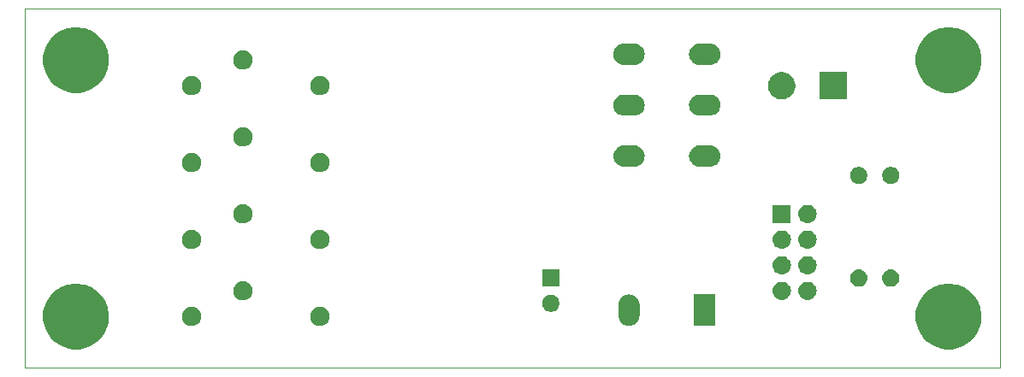
<source format=gbr>
G04 #@! TF.GenerationSoftware,KiCad,Pcbnew,5.1.4*
G04 #@! TF.CreationDate,2019-11-14T20:38:05+00:00*
G04 #@! TF.ProjectId,BSPD,42535044-2e6b-4696-9361-645f70636258,rev?*
G04 #@! TF.SameCoordinates,Original*
G04 #@! TF.FileFunction,Soldermask,Bot*
G04 #@! TF.FilePolarity,Negative*
%FSLAX46Y46*%
G04 Gerber Fmt 4.6, Leading zero omitted, Abs format (unit mm)*
G04 Created by KiCad (PCBNEW 5.1.4) date 2019-11-14 20:38:05*
%MOMM*%
%LPD*%
G04 APERTURE LIST*
%ADD10C,0.050000*%
%ADD11C,0.100000*%
G04 APERTURE END LIST*
D10*
X63500000Y-63500000D02*
X160020000Y-63500000D01*
X63500000Y-99060000D02*
X63500000Y-63500000D01*
X160020000Y-99060000D02*
X63500000Y-99060000D01*
X160020000Y-99060000D02*
X160020000Y-63500000D01*
D11*
G36*
X155574239Y-90791467D02*
G01*
X155888282Y-90853934D01*
X156479926Y-91099001D01*
X156850084Y-91346333D01*
X157012391Y-91454783D01*
X157465217Y-91907609D01*
X157470725Y-91915853D01*
X157820999Y-92440074D01*
X158066066Y-93031718D01*
X158102022Y-93212480D01*
X158191000Y-93659803D01*
X158191000Y-94300197D01*
X158134105Y-94586225D01*
X158066066Y-94928282D01*
X157820999Y-95519926D01*
X157465216Y-96052392D01*
X157012392Y-96505216D01*
X156479926Y-96860999D01*
X155888282Y-97106066D01*
X155574239Y-97168533D01*
X155260197Y-97231000D01*
X154619803Y-97231000D01*
X154305761Y-97168533D01*
X153991718Y-97106066D01*
X153400074Y-96860999D01*
X152867608Y-96505216D01*
X152414784Y-96052392D01*
X152059001Y-95519926D01*
X151813934Y-94928282D01*
X151745895Y-94586225D01*
X151689000Y-94300197D01*
X151689000Y-93659803D01*
X151777978Y-93212480D01*
X151813934Y-93031718D01*
X152059001Y-92440074D01*
X152409275Y-91915853D01*
X152414783Y-91907609D01*
X152867609Y-91454783D01*
X153029916Y-91346333D01*
X153400074Y-91099001D01*
X153991718Y-90853934D01*
X154305761Y-90791467D01*
X154619803Y-90729000D01*
X155260197Y-90729000D01*
X155574239Y-90791467D01*
X155574239Y-90791467D01*
G37*
G36*
X69214239Y-90791467D02*
G01*
X69528282Y-90853934D01*
X70119926Y-91099001D01*
X70490084Y-91346333D01*
X70652391Y-91454783D01*
X71105217Y-91907609D01*
X71110725Y-91915853D01*
X71460999Y-92440074D01*
X71706066Y-93031718D01*
X71742022Y-93212480D01*
X71831000Y-93659803D01*
X71831000Y-94300197D01*
X71774105Y-94586225D01*
X71706066Y-94928282D01*
X71460999Y-95519926D01*
X71105216Y-96052392D01*
X70652392Y-96505216D01*
X70119926Y-96860999D01*
X69528282Y-97106066D01*
X69214239Y-97168533D01*
X68900197Y-97231000D01*
X68259803Y-97231000D01*
X67945761Y-97168533D01*
X67631718Y-97106066D01*
X67040074Y-96860999D01*
X66507608Y-96505216D01*
X66054784Y-96052392D01*
X65699001Y-95519926D01*
X65453934Y-94928282D01*
X65385895Y-94586225D01*
X65329000Y-94300197D01*
X65329000Y-93659803D01*
X65417978Y-93212480D01*
X65453934Y-93031718D01*
X65699001Y-92440074D01*
X66049275Y-91915853D01*
X66054783Y-91907609D01*
X66507609Y-91454783D01*
X66669916Y-91346333D01*
X67040074Y-91099001D01*
X67631718Y-90853934D01*
X67945761Y-90791467D01*
X68259803Y-90729000D01*
X68900197Y-90729000D01*
X69214239Y-90791467D01*
X69214239Y-90791467D01*
G37*
G36*
X80287395Y-93065546D02*
G01*
X80460466Y-93137234D01*
X80460467Y-93137235D01*
X80616227Y-93241310D01*
X80748690Y-93373773D01*
X80748691Y-93373775D01*
X80852766Y-93529534D01*
X80924454Y-93702605D01*
X80961000Y-93886333D01*
X80961000Y-94073667D01*
X80924454Y-94257395D01*
X80852766Y-94430466D01*
X80851922Y-94431729D01*
X80748690Y-94586227D01*
X80616227Y-94718690D01*
X80609622Y-94723103D01*
X80460466Y-94822766D01*
X80287395Y-94894454D01*
X80103667Y-94931000D01*
X79916333Y-94931000D01*
X79732605Y-94894454D01*
X79559534Y-94822766D01*
X79410378Y-94723103D01*
X79403773Y-94718690D01*
X79271310Y-94586227D01*
X79168078Y-94431729D01*
X79167234Y-94430466D01*
X79095546Y-94257395D01*
X79059000Y-94073667D01*
X79059000Y-93886333D01*
X79095546Y-93702605D01*
X79167234Y-93529534D01*
X79271309Y-93373775D01*
X79271310Y-93373773D01*
X79403773Y-93241310D01*
X79559533Y-93137235D01*
X79559534Y-93137234D01*
X79732605Y-93065546D01*
X79916333Y-93029000D01*
X80103667Y-93029000D01*
X80287395Y-93065546D01*
X80287395Y-93065546D01*
G37*
G36*
X92987395Y-93065546D02*
G01*
X93160466Y-93137234D01*
X93160467Y-93137235D01*
X93316227Y-93241310D01*
X93448690Y-93373773D01*
X93448691Y-93373775D01*
X93552766Y-93529534D01*
X93624454Y-93702605D01*
X93661000Y-93886333D01*
X93661000Y-94073667D01*
X93624454Y-94257395D01*
X93552766Y-94430466D01*
X93551922Y-94431729D01*
X93448690Y-94586227D01*
X93316227Y-94718690D01*
X93309622Y-94723103D01*
X93160466Y-94822766D01*
X92987395Y-94894454D01*
X92803667Y-94931000D01*
X92616333Y-94931000D01*
X92432605Y-94894454D01*
X92259534Y-94822766D01*
X92110378Y-94723103D01*
X92103773Y-94718690D01*
X91971310Y-94586227D01*
X91868078Y-94431729D01*
X91867234Y-94430466D01*
X91795546Y-94257395D01*
X91759000Y-94073667D01*
X91759000Y-93886333D01*
X91795546Y-93702605D01*
X91867234Y-93529534D01*
X91971309Y-93373775D01*
X91971310Y-93373773D01*
X92103773Y-93241310D01*
X92259533Y-93137235D01*
X92259534Y-93137234D01*
X92432605Y-93065546D01*
X92616333Y-93029000D01*
X92803667Y-93029000D01*
X92987395Y-93065546D01*
X92987395Y-93065546D01*
G37*
G36*
X123516032Y-91809207D02*
G01*
X123656127Y-91851705D01*
X123714149Y-91869306D01*
X123801230Y-91915852D01*
X123896729Y-91966897D01*
X124056765Y-92098235D01*
X124188103Y-92258271D01*
X124225354Y-92327963D01*
X124285694Y-92440851D01*
X124285695Y-92440854D01*
X124345793Y-92638968D01*
X124361000Y-92793370D01*
X124361000Y-93896630D01*
X124345793Y-94051032D01*
X124285695Y-94249145D01*
X124285694Y-94249149D01*
X124258408Y-94300197D01*
X124188103Y-94431729D01*
X124056765Y-94591765D01*
X123896729Y-94723103D01*
X123780030Y-94785479D01*
X123714148Y-94820694D01*
X123714145Y-94820695D01*
X123516031Y-94880793D01*
X123310000Y-94901085D01*
X123103968Y-94880793D01*
X122905854Y-94820695D01*
X122905851Y-94820694D01*
X122809025Y-94768939D01*
X122723271Y-94723103D01*
X122563235Y-94591765D01*
X122431897Y-94431729D01*
X122369521Y-94315030D01*
X122334306Y-94249148D01*
X122281074Y-94073667D01*
X122274207Y-94051031D01*
X122259000Y-93896629D01*
X122259000Y-92793370D01*
X122262896Y-92753815D01*
X122274207Y-92638970D01*
X122334305Y-92440853D01*
X122422185Y-92276443D01*
X122431898Y-92258271D01*
X122563236Y-92098235D01*
X122723272Y-91966897D01*
X122818771Y-91915852D01*
X122905852Y-91869306D01*
X122963874Y-91851705D01*
X123103969Y-91809207D01*
X123310000Y-91788915D01*
X123516032Y-91809207D01*
X123516032Y-91809207D01*
G37*
G36*
X131861000Y-94896000D02*
G01*
X129759000Y-94896000D01*
X129759000Y-91794000D01*
X131861000Y-91794000D01*
X131861000Y-94896000D01*
X131861000Y-94896000D01*
G37*
G36*
X115818228Y-91851703D02*
G01*
X115973100Y-91915853D01*
X116112481Y-92008985D01*
X116231015Y-92127519D01*
X116324147Y-92266900D01*
X116388297Y-92421772D01*
X116421000Y-92586184D01*
X116421000Y-92753816D01*
X116388297Y-92918228D01*
X116324147Y-93073100D01*
X116231015Y-93212481D01*
X116112481Y-93331015D01*
X115973100Y-93424147D01*
X115818228Y-93488297D01*
X115653816Y-93521000D01*
X115486184Y-93521000D01*
X115321772Y-93488297D01*
X115166900Y-93424147D01*
X115027519Y-93331015D01*
X114908985Y-93212481D01*
X114815853Y-93073100D01*
X114751703Y-92918228D01*
X114719000Y-92753816D01*
X114719000Y-92586184D01*
X114751703Y-92421772D01*
X114815853Y-92266900D01*
X114908985Y-92127519D01*
X115027519Y-92008985D01*
X115166900Y-91915853D01*
X115321772Y-91851703D01*
X115486184Y-91819000D01*
X115653816Y-91819000D01*
X115818228Y-91851703D01*
X115818228Y-91851703D01*
G37*
G36*
X85367395Y-90525546D02*
G01*
X85540466Y-90597234D01*
X85612069Y-90645078D01*
X85696227Y-90701310D01*
X85828690Y-90833773D01*
X85860249Y-90881005D01*
X85932766Y-90989534D01*
X86004454Y-91162605D01*
X86041000Y-91346333D01*
X86041000Y-91533667D01*
X86004454Y-91717395D01*
X85932766Y-91890466D01*
X85915803Y-91915853D01*
X85828690Y-92046227D01*
X85696227Y-92178690D01*
X85675141Y-92192779D01*
X85540466Y-92282766D01*
X85367395Y-92354454D01*
X85183667Y-92391000D01*
X84996333Y-92391000D01*
X84812605Y-92354454D01*
X84639534Y-92282766D01*
X84504859Y-92192779D01*
X84483773Y-92178690D01*
X84351310Y-92046227D01*
X84264197Y-91915853D01*
X84247234Y-91890466D01*
X84175546Y-91717395D01*
X84139000Y-91533667D01*
X84139000Y-91346333D01*
X84175546Y-91162605D01*
X84247234Y-90989534D01*
X84319751Y-90881005D01*
X84351310Y-90833773D01*
X84483773Y-90701310D01*
X84567931Y-90645078D01*
X84639534Y-90597234D01*
X84812605Y-90525546D01*
X84996333Y-90489000D01*
X85183667Y-90489000D01*
X85367395Y-90525546D01*
X85367395Y-90525546D01*
G37*
G36*
X141080443Y-90545519D02*
G01*
X141146627Y-90552037D01*
X141316466Y-90603557D01*
X141472991Y-90687222D01*
X141490156Y-90701309D01*
X141610186Y-90799814D01*
X141693448Y-90901271D01*
X141722778Y-90937009D01*
X141806443Y-91093534D01*
X141857963Y-91263373D01*
X141875359Y-91440000D01*
X141857963Y-91616627D01*
X141806443Y-91786466D01*
X141722778Y-91942991D01*
X141703159Y-91966897D01*
X141610186Y-92080186D01*
X141552508Y-92127520D01*
X141472991Y-92192778D01*
X141316466Y-92276443D01*
X141146627Y-92327963D01*
X141080443Y-92334481D01*
X141014260Y-92341000D01*
X140925740Y-92341000D01*
X140859557Y-92334481D01*
X140793373Y-92327963D01*
X140623534Y-92276443D01*
X140467009Y-92192778D01*
X140387492Y-92127520D01*
X140329814Y-92080186D01*
X140236841Y-91966897D01*
X140217222Y-91942991D01*
X140133557Y-91786466D01*
X140082037Y-91616627D01*
X140064641Y-91440000D01*
X140082037Y-91263373D01*
X140133557Y-91093534D01*
X140217222Y-90937009D01*
X140246552Y-90901271D01*
X140329814Y-90799814D01*
X140449844Y-90701309D01*
X140467009Y-90687222D01*
X140623534Y-90603557D01*
X140793373Y-90552037D01*
X140859557Y-90545519D01*
X140925740Y-90539000D01*
X141014260Y-90539000D01*
X141080443Y-90545519D01*
X141080443Y-90545519D01*
G37*
G36*
X138540443Y-90545519D02*
G01*
X138606627Y-90552037D01*
X138776466Y-90603557D01*
X138932991Y-90687222D01*
X138950156Y-90701309D01*
X139070186Y-90799814D01*
X139153448Y-90901271D01*
X139182778Y-90937009D01*
X139266443Y-91093534D01*
X139317963Y-91263373D01*
X139335359Y-91440000D01*
X139317963Y-91616627D01*
X139266443Y-91786466D01*
X139182778Y-91942991D01*
X139163159Y-91966897D01*
X139070186Y-92080186D01*
X139012508Y-92127520D01*
X138932991Y-92192778D01*
X138776466Y-92276443D01*
X138606627Y-92327963D01*
X138540443Y-92334481D01*
X138474260Y-92341000D01*
X138385740Y-92341000D01*
X138319557Y-92334481D01*
X138253373Y-92327963D01*
X138083534Y-92276443D01*
X137927009Y-92192778D01*
X137847492Y-92127520D01*
X137789814Y-92080186D01*
X137696841Y-91966897D01*
X137677222Y-91942991D01*
X137593557Y-91786466D01*
X137542037Y-91616627D01*
X137524641Y-91440000D01*
X137542037Y-91263373D01*
X137593557Y-91093534D01*
X137677222Y-90937009D01*
X137706552Y-90901271D01*
X137789814Y-90799814D01*
X137909844Y-90701309D01*
X137927009Y-90687222D01*
X138083534Y-90603557D01*
X138253373Y-90552037D01*
X138319557Y-90545519D01*
X138385740Y-90539000D01*
X138474260Y-90539000D01*
X138540443Y-90545519D01*
X138540443Y-90545519D01*
G37*
G36*
X146216823Y-89331313D02*
G01*
X146377242Y-89379976D01*
X146509906Y-89450886D01*
X146525078Y-89458996D01*
X146654659Y-89565341D01*
X146761004Y-89694922D01*
X146761005Y-89694924D01*
X146840024Y-89842758D01*
X146888687Y-90003177D01*
X146905117Y-90170000D01*
X146888687Y-90336823D01*
X146840024Y-90497242D01*
X146783197Y-90603557D01*
X146761004Y-90645078D01*
X146654659Y-90774659D01*
X146525078Y-90881004D01*
X146525076Y-90881005D01*
X146377242Y-90960024D01*
X146216823Y-91008687D01*
X146091804Y-91021000D01*
X146008196Y-91021000D01*
X145883177Y-91008687D01*
X145722758Y-90960024D01*
X145574924Y-90881005D01*
X145574922Y-90881004D01*
X145445341Y-90774659D01*
X145338996Y-90645078D01*
X145316803Y-90603557D01*
X145259976Y-90497242D01*
X145211313Y-90336823D01*
X145194883Y-90170000D01*
X145211313Y-90003177D01*
X145259976Y-89842758D01*
X145338995Y-89694924D01*
X145338996Y-89694922D01*
X145445341Y-89565341D01*
X145574922Y-89458996D01*
X145590094Y-89450886D01*
X145722758Y-89379976D01*
X145883177Y-89331313D01*
X146008196Y-89319000D01*
X146091804Y-89319000D01*
X146216823Y-89331313D01*
X146216823Y-89331313D01*
G37*
G36*
X149391823Y-89331313D02*
G01*
X149552242Y-89379976D01*
X149684906Y-89450886D01*
X149700078Y-89458996D01*
X149829659Y-89565341D01*
X149936004Y-89694922D01*
X149936005Y-89694924D01*
X150015024Y-89842758D01*
X150063687Y-90003177D01*
X150080117Y-90170000D01*
X150063687Y-90336823D01*
X150015024Y-90497242D01*
X149958197Y-90603557D01*
X149936004Y-90645078D01*
X149829659Y-90774659D01*
X149700078Y-90881004D01*
X149700076Y-90881005D01*
X149552242Y-90960024D01*
X149391823Y-91008687D01*
X149266804Y-91021000D01*
X149183196Y-91021000D01*
X149058177Y-91008687D01*
X148897758Y-90960024D01*
X148749924Y-90881005D01*
X148749922Y-90881004D01*
X148620341Y-90774659D01*
X148513996Y-90645078D01*
X148491803Y-90603557D01*
X148434976Y-90497242D01*
X148386313Y-90336823D01*
X148369883Y-90170000D01*
X148386313Y-90003177D01*
X148434976Y-89842758D01*
X148513995Y-89694924D01*
X148513996Y-89694922D01*
X148620341Y-89565341D01*
X148749922Y-89458996D01*
X148765094Y-89450886D01*
X148897758Y-89379976D01*
X149058177Y-89331313D01*
X149183196Y-89319000D01*
X149266804Y-89319000D01*
X149391823Y-89331313D01*
X149391823Y-89331313D01*
G37*
G36*
X116421000Y-91021000D02*
G01*
X114719000Y-91021000D01*
X114719000Y-89319000D01*
X116421000Y-89319000D01*
X116421000Y-91021000D01*
X116421000Y-91021000D01*
G37*
G36*
X138540443Y-88005519D02*
G01*
X138606627Y-88012037D01*
X138776466Y-88063557D01*
X138932991Y-88147222D01*
X138968729Y-88176552D01*
X139070186Y-88259814D01*
X139153448Y-88361271D01*
X139182778Y-88397009D01*
X139266443Y-88553534D01*
X139317963Y-88723373D01*
X139335359Y-88900000D01*
X139317963Y-89076627D01*
X139266443Y-89246466D01*
X139182778Y-89402991D01*
X139153448Y-89438729D01*
X139070186Y-89540186D01*
X138968729Y-89623448D01*
X138932991Y-89652778D01*
X138776466Y-89736443D01*
X138606627Y-89787963D01*
X138540443Y-89794481D01*
X138474260Y-89801000D01*
X138385740Y-89801000D01*
X138319557Y-89794481D01*
X138253373Y-89787963D01*
X138083534Y-89736443D01*
X137927009Y-89652778D01*
X137891271Y-89623448D01*
X137789814Y-89540186D01*
X137706552Y-89438729D01*
X137677222Y-89402991D01*
X137593557Y-89246466D01*
X137542037Y-89076627D01*
X137524641Y-88900000D01*
X137542037Y-88723373D01*
X137593557Y-88553534D01*
X137677222Y-88397009D01*
X137706552Y-88361271D01*
X137789814Y-88259814D01*
X137891271Y-88176552D01*
X137927009Y-88147222D01*
X138083534Y-88063557D01*
X138253373Y-88012037D01*
X138319557Y-88005519D01*
X138385740Y-87999000D01*
X138474260Y-87999000D01*
X138540443Y-88005519D01*
X138540443Y-88005519D01*
G37*
G36*
X141080443Y-88005519D02*
G01*
X141146627Y-88012037D01*
X141316466Y-88063557D01*
X141472991Y-88147222D01*
X141508729Y-88176552D01*
X141610186Y-88259814D01*
X141693448Y-88361271D01*
X141722778Y-88397009D01*
X141806443Y-88553534D01*
X141857963Y-88723373D01*
X141875359Y-88900000D01*
X141857963Y-89076627D01*
X141806443Y-89246466D01*
X141722778Y-89402991D01*
X141693448Y-89438729D01*
X141610186Y-89540186D01*
X141508729Y-89623448D01*
X141472991Y-89652778D01*
X141316466Y-89736443D01*
X141146627Y-89787963D01*
X141080443Y-89794481D01*
X141014260Y-89801000D01*
X140925740Y-89801000D01*
X140859557Y-89794481D01*
X140793373Y-89787963D01*
X140623534Y-89736443D01*
X140467009Y-89652778D01*
X140431271Y-89623448D01*
X140329814Y-89540186D01*
X140246552Y-89438729D01*
X140217222Y-89402991D01*
X140133557Y-89246466D01*
X140082037Y-89076627D01*
X140064641Y-88900000D01*
X140082037Y-88723373D01*
X140133557Y-88553534D01*
X140217222Y-88397009D01*
X140246552Y-88361271D01*
X140329814Y-88259814D01*
X140431271Y-88176552D01*
X140467009Y-88147222D01*
X140623534Y-88063557D01*
X140793373Y-88012037D01*
X140859557Y-88005519D01*
X140925740Y-87999000D01*
X141014260Y-87999000D01*
X141080443Y-88005519D01*
X141080443Y-88005519D01*
G37*
G36*
X92987395Y-85445546D02*
G01*
X93160466Y-85517234D01*
X93237818Y-85568919D01*
X93316227Y-85621310D01*
X93448690Y-85753773D01*
X93448691Y-85753775D01*
X93552766Y-85909534D01*
X93624454Y-86082605D01*
X93661000Y-86266333D01*
X93661000Y-86453667D01*
X93624454Y-86637395D01*
X93552766Y-86810466D01*
X93552765Y-86810467D01*
X93448690Y-86966227D01*
X93316227Y-87098690D01*
X93295141Y-87112779D01*
X93160466Y-87202766D01*
X92987395Y-87274454D01*
X92803667Y-87311000D01*
X92616333Y-87311000D01*
X92432605Y-87274454D01*
X92259534Y-87202766D01*
X92124859Y-87112779D01*
X92103773Y-87098690D01*
X91971310Y-86966227D01*
X91867235Y-86810467D01*
X91867234Y-86810466D01*
X91795546Y-86637395D01*
X91759000Y-86453667D01*
X91759000Y-86266333D01*
X91795546Y-86082605D01*
X91867234Y-85909534D01*
X91971309Y-85753775D01*
X91971310Y-85753773D01*
X92103773Y-85621310D01*
X92182182Y-85568919D01*
X92259534Y-85517234D01*
X92432605Y-85445546D01*
X92616333Y-85409000D01*
X92803667Y-85409000D01*
X92987395Y-85445546D01*
X92987395Y-85445546D01*
G37*
G36*
X80287395Y-85445546D02*
G01*
X80460466Y-85517234D01*
X80537818Y-85568919D01*
X80616227Y-85621310D01*
X80748690Y-85753773D01*
X80748691Y-85753775D01*
X80852766Y-85909534D01*
X80924454Y-86082605D01*
X80961000Y-86266333D01*
X80961000Y-86453667D01*
X80924454Y-86637395D01*
X80852766Y-86810466D01*
X80852765Y-86810467D01*
X80748690Y-86966227D01*
X80616227Y-87098690D01*
X80595141Y-87112779D01*
X80460466Y-87202766D01*
X80287395Y-87274454D01*
X80103667Y-87311000D01*
X79916333Y-87311000D01*
X79732605Y-87274454D01*
X79559534Y-87202766D01*
X79424859Y-87112779D01*
X79403773Y-87098690D01*
X79271310Y-86966227D01*
X79167235Y-86810467D01*
X79167234Y-86810466D01*
X79095546Y-86637395D01*
X79059000Y-86453667D01*
X79059000Y-86266333D01*
X79095546Y-86082605D01*
X79167234Y-85909534D01*
X79271309Y-85753775D01*
X79271310Y-85753773D01*
X79403773Y-85621310D01*
X79482182Y-85568919D01*
X79559534Y-85517234D01*
X79732605Y-85445546D01*
X79916333Y-85409000D01*
X80103667Y-85409000D01*
X80287395Y-85445546D01*
X80287395Y-85445546D01*
G37*
G36*
X141080442Y-85465518D02*
G01*
X141146627Y-85472037D01*
X141316466Y-85523557D01*
X141472991Y-85607222D01*
X141490156Y-85621309D01*
X141610186Y-85719814D01*
X141693448Y-85821271D01*
X141722778Y-85857009D01*
X141806443Y-86013534D01*
X141857963Y-86183373D01*
X141875359Y-86360000D01*
X141857963Y-86536627D01*
X141806443Y-86706466D01*
X141722778Y-86862991D01*
X141693448Y-86898729D01*
X141610186Y-87000186D01*
X141508729Y-87083448D01*
X141472991Y-87112778D01*
X141316466Y-87196443D01*
X141146627Y-87247963D01*
X141080442Y-87254482D01*
X141014260Y-87261000D01*
X140925740Y-87261000D01*
X140859558Y-87254482D01*
X140793373Y-87247963D01*
X140623534Y-87196443D01*
X140467009Y-87112778D01*
X140431271Y-87083448D01*
X140329814Y-87000186D01*
X140246552Y-86898729D01*
X140217222Y-86862991D01*
X140133557Y-86706466D01*
X140082037Y-86536627D01*
X140064641Y-86360000D01*
X140082037Y-86183373D01*
X140133557Y-86013534D01*
X140217222Y-85857009D01*
X140246552Y-85821271D01*
X140329814Y-85719814D01*
X140449844Y-85621309D01*
X140467009Y-85607222D01*
X140623534Y-85523557D01*
X140793373Y-85472037D01*
X140859558Y-85465518D01*
X140925740Y-85459000D01*
X141014260Y-85459000D01*
X141080442Y-85465518D01*
X141080442Y-85465518D01*
G37*
G36*
X138540442Y-85465518D02*
G01*
X138606627Y-85472037D01*
X138776466Y-85523557D01*
X138932991Y-85607222D01*
X138950156Y-85621309D01*
X139070186Y-85719814D01*
X139153448Y-85821271D01*
X139182778Y-85857009D01*
X139266443Y-86013534D01*
X139317963Y-86183373D01*
X139335359Y-86360000D01*
X139317963Y-86536627D01*
X139266443Y-86706466D01*
X139182778Y-86862991D01*
X139153448Y-86898729D01*
X139070186Y-87000186D01*
X138968729Y-87083448D01*
X138932991Y-87112778D01*
X138776466Y-87196443D01*
X138606627Y-87247963D01*
X138540442Y-87254482D01*
X138474260Y-87261000D01*
X138385740Y-87261000D01*
X138319558Y-87254482D01*
X138253373Y-87247963D01*
X138083534Y-87196443D01*
X137927009Y-87112778D01*
X137891271Y-87083448D01*
X137789814Y-87000186D01*
X137706552Y-86898729D01*
X137677222Y-86862991D01*
X137593557Y-86706466D01*
X137542037Y-86536627D01*
X137524641Y-86360000D01*
X137542037Y-86183373D01*
X137593557Y-86013534D01*
X137677222Y-85857009D01*
X137706552Y-85821271D01*
X137789814Y-85719814D01*
X137909844Y-85621309D01*
X137927009Y-85607222D01*
X138083534Y-85523557D01*
X138253373Y-85472037D01*
X138319558Y-85465518D01*
X138385740Y-85459000D01*
X138474260Y-85459000D01*
X138540442Y-85465518D01*
X138540442Y-85465518D01*
G37*
G36*
X85367395Y-82905546D02*
G01*
X85540466Y-82977234D01*
X85617818Y-83028919D01*
X85696227Y-83081310D01*
X85828690Y-83213773D01*
X85828691Y-83213775D01*
X85932766Y-83369534D01*
X86004454Y-83542605D01*
X86041000Y-83726333D01*
X86041000Y-83913667D01*
X86004454Y-84097395D01*
X85932766Y-84270466D01*
X85932765Y-84270467D01*
X85828690Y-84426227D01*
X85696227Y-84558690D01*
X85675141Y-84572779D01*
X85540466Y-84662766D01*
X85367395Y-84734454D01*
X85183667Y-84771000D01*
X84996333Y-84771000D01*
X84812605Y-84734454D01*
X84639534Y-84662766D01*
X84504859Y-84572779D01*
X84483773Y-84558690D01*
X84351310Y-84426227D01*
X84247235Y-84270467D01*
X84247234Y-84270466D01*
X84175546Y-84097395D01*
X84139000Y-83913667D01*
X84139000Y-83726333D01*
X84175546Y-83542605D01*
X84247234Y-83369534D01*
X84351309Y-83213775D01*
X84351310Y-83213773D01*
X84483773Y-83081310D01*
X84562182Y-83028919D01*
X84639534Y-82977234D01*
X84812605Y-82905546D01*
X84996333Y-82869000D01*
X85183667Y-82869000D01*
X85367395Y-82905546D01*
X85367395Y-82905546D01*
G37*
G36*
X139331000Y-84721000D02*
G01*
X137529000Y-84721000D01*
X137529000Y-82919000D01*
X139331000Y-82919000D01*
X139331000Y-84721000D01*
X139331000Y-84721000D01*
G37*
G36*
X141080443Y-82925519D02*
G01*
X141146627Y-82932037D01*
X141316466Y-82983557D01*
X141472991Y-83067222D01*
X141490156Y-83081309D01*
X141610186Y-83179814D01*
X141693448Y-83281271D01*
X141722778Y-83317009D01*
X141806443Y-83473534D01*
X141857963Y-83643373D01*
X141875359Y-83820000D01*
X141857963Y-83996627D01*
X141806443Y-84166466D01*
X141722778Y-84322991D01*
X141693448Y-84358729D01*
X141610186Y-84460186D01*
X141508729Y-84543448D01*
X141472991Y-84572778D01*
X141316466Y-84656443D01*
X141146627Y-84707963D01*
X141080443Y-84714481D01*
X141014260Y-84721000D01*
X140925740Y-84721000D01*
X140859557Y-84714481D01*
X140793373Y-84707963D01*
X140623534Y-84656443D01*
X140467009Y-84572778D01*
X140431271Y-84543448D01*
X140329814Y-84460186D01*
X140246552Y-84358729D01*
X140217222Y-84322991D01*
X140133557Y-84166466D01*
X140082037Y-83996627D01*
X140064641Y-83820000D01*
X140082037Y-83643373D01*
X140133557Y-83473534D01*
X140217222Y-83317009D01*
X140246552Y-83281271D01*
X140329814Y-83179814D01*
X140449844Y-83081309D01*
X140467009Y-83067222D01*
X140623534Y-82983557D01*
X140793373Y-82932037D01*
X140859557Y-82925519D01*
X140925740Y-82919000D01*
X141014260Y-82919000D01*
X141080443Y-82925519D01*
X141080443Y-82925519D01*
G37*
G36*
X146298228Y-79191703D02*
G01*
X146453100Y-79255853D01*
X146592481Y-79348985D01*
X146711015Y-79467519D01*
X146804147Y-79606900D01*
X146868297Y-79761772D01*
X146901000Y-79926184D01*
X146901000Y-80093816D01*
X146868297Y-80258228D01*
X146804147Y-80413100D01*
X146711015Y-80552481D01*
X146592481Y-80671015D01*
X146453100Y-80764147D01*
X146298228Y-80828297D01*
X146133816Y-80861000D01*
X145966184Y-80861000D01*
X145801772Y-80828297D01*
X145646900Y-80764147D01*
X145507519Y-80671015D01*
X145388985Y-80552481D01*
X145295853Y-80413100D01*
X145231703Y-80258228D01*
X145199000Y-80093816D01*
X145199000Y-79926184D01*
X145231703Y-79761772D01*
X145295853Y-79606900D01*
X145388985Y-79467519D01*
X145507519Y-79348985D01*
X145646900Y-79255853D01*
X145801772Y-79191703D01*
X145966184Y-79159000D01*
X146133816Y-79159000D01*
X146298228Y-79191703D01*
X146298228Y-79191703D01*
G37*
G36*
X149473228Y-79191703D02*
G01*
X149628100Y-79255853D01*
X149767481Y-79348985D01*
X149886015Y-79467519D01*
X149979147Y-79606900D01*
X150043297Y-79761772D01*
X150076000Y-79926184D01*
X150076000Y-80093816D01*
X150043297Y-80258228D01*
X149979147Y-80413100D01*
X149886015Y-80552481D01*
X149767481Y-80671015D01*
X149628100Y-80764147D01*
X149473228Y-80828297D01*
X149308816Y-80861000D01*
X149141184Y-80861000D01*
X148976772Y-80828297D01*
X148821900Y-80764147D01*
X148682519Y-80671015D01*
X148563985Y-80552481D01*
X148470853Y-80413100D01*
X148406703Y-80258228D01*
X148374000Y-80093816D01*
X148374000Y-79926184D01*
X148406703Y-79761772D01*
X148470853Y-79606900D01*
X148563985Y-79467519D01*
X148682519Y-79348985D01*
X148821900Y-79255853D01*
X148976772Y-79191703D01*
X149141184Y-79159000D01*
X149308816Y-79159000D01*
X149473228Y-79191703D01*
X149473228Y-79191703D01*
G37*
G36*
X92987395Y-77825546D02*
G01*
X93160466Y-77897234D01*
X93160467Y-77897235D01*
X93316227Y-78001310D01*
X93448690Y-78133773D01*
X93448691Y-78133775D01*
X93552766Y-78289534D01*
X93624454Y-78462605D01*
X93661000Y-78646333D01*
X93661000Y-78833667D01*
X93624454Y-79017395D01*
X93552766Y-79190466D01*
X93552765Y-79190467D01*
X93448690Y-79346227D01*
X93316227Y-79478690D01*
X93237818Y-79531081D01*
X93160466Y-79582766D01*
X92987395Y-79654454D01*
X92803667Y-79691000D01*
X92616333Y-79691000D01*
X92432605Y-79654454D01*
X92259534Y-79582766D01*
X92182182Y-79531081D01*
X92103773Y-79478690D01*
X91971310Y-79346227D01*
X91867235Y-79190467D01*
X91867234Y-79190466D01*
X91795546Y-79017395D01*
X91759000Y-78833667D01*
X91759000Y-78646333D01*
X91795546Y-78462605D01*
X91867234Y-78289534D01*
X91971309Y-78133775D01*
X91971310Y-78133773D01*
X92103773Y-78001310D01*
X92259533Y-77897235D01*
X92259534Y-77897234D01*
X92432605Y-77825546D01*
X92616333Y-77789000D01*
X92803667Y-77789000D01*
X92987395Y-77825546D01*
X92987395Y-77825546D01*
G37*
G36*
X80287395Y-77825546D02*
G01*
X80460466Y-77897234D01*
X80460467Y-77897235D01*
X80616227Y-78001310D01*
X80748690Y-78133773D01*
X80748691Y-78133775D01*
X80852766Y-78289534D01*
X80924454Y-78462605D01*
X80961000Y-78646333D01*
X80961000Y-78833667D01*
X80924454Y-79017395D01*
X80852766Y-79190466D01*
X80852765Y-79190467D01*
X80748690Y-79346227D01*
X80616227Y-79478690D01*
X80537818Y-79531081D01*
X80460466Y-79582766D01*
X80287395Y-79654454D01*
X80103667Y-79691000D01*
X79916333Y-79691000D01*
X79732605Y-79654454D01*
X79559534Y-79582766D01*
X79482182Y-79531081D01*
X79403773Y-79478690D01*
X79271310Y-79346227D01*
X79167235Y-79190467D01*
X79167234Y-79190466D01*
X79095546Y-79017395D01*
X79059000Y-78833667D01*
X79059000Y-78646333D01*
X79095546Y-78462605D01*
X79167234Y-78289534D01*
X79271309Y-78133775D01*
X79271310Y-78133773D01*
X79403773Y-78001310D01*
X79559533Y-77897235D01*
X79559534Y-77897234D01*
X79732605Y-77825546D01*
X79916333Y-77789000D01*
X80103667Y-77789000D01*
X80287395Y-77825546D01*
X80287395Y-77825546D01*
G37*
G36*
X123913097Y-77039069D02*
G01*
X124016032Y-77049207D01*
X124214146Y-77109305D01*
X124214149Y-77109306D01*
X124310975Y-77161061D01*
X124396729Y-77206897D01*
X124556765Y-77338235D01*
X124688103Y-77498271D01*
X124733939Y-77584025D01*
X124785694Y-77680851D01*
X124785695Y-77680854D01*
X124845793Y-77878968D01*
X124866085Y-78085000D01*
X124845793Y-78291032D01*
X124793746Y-78462605D01*
X124785694Y-78489149D01*
X124733939Y-78585975D01*
X124688103Y-78671729D01*
X124556765Y-78831765D01*
X124396729Y-78963103D01*
X124310975Y-79008939D01*
X124214149Y-79060694D01*
X124214146Y-79060695D01*
X124016032Y-79120793D01*
X123913097Y-79130931D01*
X123861631Y-79136000D01*
X122758369Y-79136000D01*
X122706903Y-79130931D01*
X122603968Y-79120793D01*
X122405854Y-79060695D01*
X122405851Y-79060694D01*
X122309025Y-79008939D01*
X122223271Y-78963103D01*
X122063235Y-78831765D01*
X121931897Y-78671729D01*
X121886061Y-78585975D01*
X121834306Y-78489149D01*
X121826254Y-78462605D01*
X121774207Y-78291032D01*
X121753915Y-78085000D01*
X121774207Y-77878968D01*
X121834305Y-77680854D01*
X121834306Y-77680851D01*
X121886061Y-77584025D01*
X121931897Y-77498271D01*
X122063235Y-77338235D01*
X122223271Y-77206897D01*
X122309025Y-77161061D01*
X122405851Y-77109306D01*
X122405854Y-77109305D01*
X122603968Y-77049207D01*
X122706903Y-77039069D01*
X122758369Y-77034000D01*
X123861631Y-77034000D01*
X123913097Y-77039069D01*
X123913097Y-77039069D01*
G37*
G36*
X131413097Y-77039069D02*
G01*
X131516032Y-77049207D01*
X131714146Y-77109305D01*
X131714149Y-77109306D01*
X131810975Y-77161061D01*
X131896729Y-77206897D01*
X132056765Y-77338235D01*
X132188103Y-77498271D01*
X132233939Y-77584025D01*
X132285694Y-77680851D01*
X132285695Y-77680854D01*
X132345793Y-77878968D01*
X132366085Y-78085000D01*
X132345793Y-78291032D01*
X132293746Y-78462605D01*
X132285694Y-78489149D01*
X132233939Y-78585975D01*
X132188103Y-78671729D01*
X132056765Y-78831765D01*
X131896729Y-78963103D01*
X131810975Y-79008939D01*
X131714149Y-79060694D01*
X131714146Y-79060695D01*
X131516032Y-79120793D01*
X131413097Y-79130931D01*
X131361631Y-79136000D01*
X130258369Y-79136000D01*
X130206903Y-79130931D01*
X130103968Y-79120793D01*
X129905854Y-79060695D01*
X129905851Y-79060694D01*
X129809025Y-79008939D01*
X129723271Y-78963103D01*
X129563235Y-78831765D01*
X129431897Y-78671729D01*
X129386061Y-78585975D01*
X129334306Y-78489149D01*
X129326254Y-78462605D01*
X129274207Y-78291032D01*
X129253915Y-78085000D01*
X129274207Y-77878968D01*
X129334305Y-77680854D01*
X129334306Y-77680851D01*
X129386061Y-77584025D01*
X129431897Y-77498271D01*
X129563235Y-77338235D01*
X129723271Y-77206897D01*
X129809025Y-77161061D01*
X129905851Y-77109306D01*
X129905854Y-77109305D01*
X130103968Y-77049207D01*
X130206903Y-77039069D01*
X130258369Y-77034000D01*
X131361631Y-77034000D01*
X131413097Y-77039069D01*
X131413097Y-77039069D01*
G37*
G36*
X85367395Y-75285546D02*
G01*
X85540466Y-75357234D01*
X85540467Y-75357235D01*
X85696227Y-75461310D01*
X85828690Y-75593773D01*
X85828691Y-75593775D01*
X85932766Y-75749534D01*
X86004454Y-75922605D01*
X86041000Y-76106333D01*
X86041000Y-76293667D01*
X86004454Y-76477395D01*
X85932766Y-76650466D01*
X85932765Y-76650467D01*
X85828690Y-76806227D01*
X85696227Y-76938690D01*
X85617818Y-76991081D01*
X85540466Y-77042766D01*
X85367395Y-77114454D01*
X85183667Y-77151000D01*
X84996333Y-77151000D01*
X84812605Y-77114454D01*
X84639534Y-77042766D01*
X84562182Y-76991081D01*
X84483773Y-76938690D01*
X84351310Y-76806227D01*
X84247235Y-76650467D01*
X84247234Y-76650466D01*
X84175546Y-76477395D01*
X84139000Y-76293667D01*
X84139000Y-76106333D01*
X84175546Y-75922605D01*
X84247234Y-75749534D01*
X84351309Y-75593775D01*
X84351310Y-75593773D01*
X84483773Y-75461310D01*
X84639533Y-75357235D01*
X84639534Y-75357234D01*
X84812605Y-75285546D01*
X84996333Y-75249000D01*
X85183667Y-75249000D01*
X85367395Y-75285546D01*
X85367395Y-75285546D01*
G37*
G36*
X131413097Y-71999069D02*
G01*
X131516032Y-72009207D01*
X131714146Y-72069305D01*
X131714149Y-72069306D01*
X131810975Y-72121061D01*
X131896729Y-72166897D01*
X132056765Y-72298235D01*
X132188103Y-72458271D01*
X132233939Y-72544025D01*
X132285694Y-72640851D01*
X132285695Y-72640854D01*
X132345793Y-72838968D01*
X132366085Y-73045000D01*
X132345793Y-73251032D01*
X132285695Y-73449146D01*
X132285694Y-73449149D01*
X132233939Y-73545975D01*
X132188103Y-73631729D01*
X132056765Y-73791765D01*
X131896729Y-73923103D01*
X131810975Y-73968939D01*
X131714149Y-74020694D01*
X131714146Y-74020695D01*
X131516032Y-74080793D01*
X131413097Y-74090931D01*
X131361631Y-74096000D01*
X130258369Y-74096000D01*
X130206903Y-74090931D01*
X130103968Y-74080793D01*
X129905854Y-74020695D01*
X129905851Y-74020694D01*
X129809025Y-73968939D01*
X129723271Y-73923103D01*
X129563235Y-73791765D01*
X129431897Y-73631729D01*
X129386061Y-73545975D01*
X129334306Y-73449149D01*
X129334305Y-73449146D01*
X129274207Y-73251032D01*
X129253915Y-73045000D01*
X129274207Y-72838968D01*
X129334305Y-72640854D01*
X129334306Y-72640851D01*
X129386061Y-72544025D01*
X129431897Y-72458271D01*
X129563235Y-72298235D01*
X129723271Y-72166897D01*
X129809025Y-72121061D01*
X129905851Y-72069306D01*
X129905854Y-72069305D01*
X130103968Y-72009207D01*
X130206903Y-71999069D01*
X130258369Y-71994000D01*
X131361631Y-71994000D01*
X131413097Y-71999069D01*
X131413097Y-71999069D01*
G37*
G36*
X123913097Y-71999069D02*
G01*
X124016032Y-72009207D01*
X124214146Y-72069305D01*
X124214149Y-72069306D01*
X124310975Y-72121061D01*
X124396729Y-72166897D01*
X124556765Y-72298235D01*
X124688103Y-72458271D01*
X124733939Y-72544025D01*
X124785694Y-72640851D01*
X124785695Y-72640854D01*
X124845793Y-72838968D01*
X124866085Y-73045000D01*
X124845793Y-73251032D01*
X124785695Y-73449146D01*
X124785694Y-73449149D01*
X124733939Y-73545975D01*
X124688103Y-73631729D01*
X124556765Y-73791765D01*
X124396729Y-73923103D01*
X124310975Y-73968939D01*
X124214149Y-74020694D01*
X124214146Y-74020695D01*
X124016032Y-74080793D01*
X123913097Y-74090931D01*
X123861631Y-74096000D01*
X122758369Y-74096000D01*
X122706903Y-74090931D01*
X122603968Y-74080793D01*
X122405854Y-74020695D01*
X122405851Y-74020694D01*
X122309025Y-73968939D01*
X122223271Y-73923103D01*
X122063235Y-73791765D01*
X121931897Y-73631729D01*
X121886061Y-73545975D01*
X121834306Y-73449149D01*
X121834305Y-73449146D01*
X121774207Y-73251032D01*
X121753915Y-73045000D01*
X121774207Y-72838968D01*
X121834305Y-72640854D01*
X121834306Y-72640851D01*
X121886061Y-72544025D01*
X121931897Y-72458271D01*
X122063235Y-72298235D01*
X122223271Y-72166897D01*
X122309025Y-72121061D01*
X122405851Y-72069306D01*
X122405854Y-72069305D01*
X122603968Y-72009207D01*
X122706903Y-71999069D01*
X122758369Y-71994000D01*
X123861631Y-71994000D01*
X123913097Y-71999069D01*
X123913097Y-71999069D01*
G37*
G36*
X144861000Y-72471000D02*
G01*
X142159000Y-72471000D01*
X142159000Y-69769000D01*
X144861000Y-69769000D01*
X144861000Y-72471000D01*
X144861000Y-72471000D01*
G37*
G36*
X138824072Y-69820918D02*
G01*
X139069939Y-69922759D01*
X139181328Y-69997187D01*
X139291211Y-70070609D01*
X139479391Y-70258789D01*
X139491716Y-70277235D01*
X139561257Y-70381309D01*
X139627242Y-70480063D01*
X139729082Y-70725928D01*
X139781000Y-70986937D01*
X139781000Y-71253063D01*
X139752290Y-71397396D01*
X139729082Y-71514072D01*
X139627241Y-71759939D01*
X139552813Y-71871328D01*
X139491716Y-71962766D01*
X139479390Y-71981212D01*
X139291212Y-72169390D01*
X139069939Y-72317241D01*
X139069938Y-72317242D01*
X139069937Y-72317242D01*
X138824072Y-72419082D01*
X138563063Y-72471000D01*
X138296937Y-72471000D01*
X138035928Y-72419082D01*
X137790063Y-72317242D01*
X137790062Y-72317242D01*
X137790061Y-72317241D01*
X137568788Y-72169390D01*
X137380610Y-71981212D01*
X137368285Y-71962766D01*
X137307187Y-71871328D01*
X137232759Y-71759939D01*
X137130918Y-71514072D01*
X137107710Y-71397396D01*
X137079000Y-71253063D01*
X137079000Y-70986937D01*
X137130918Y-70725928D01*
X137232758Y-70480063D01*
X137298744Y-70381309D01*
X137368284Y-70277235D01*
X137380609Y-70258789D01*
X137568789Y-70070609D01*
X137678672Y-69997187D01*
X137790061Y-69922759D01*
X138035928Y-69820918D01*
X138296937Y-69769000D01*
X138563063Y-69769000D01*
X138824072Y-69820918D01*
X138824072Y-69820918D01*
G37*
G36*
X92987395Y-70205546D02*
G01*
X93160466Y-70277234D01*
X93160467Y-70277235D01*
X93316227Y-70381310D01*
X93448690Y-70513773D01*
X93448691Y-70513775D01*
X93552766Y-70669534D01*
X93624454Y-70842605D01*
X93661000Y-71026333D01*
X93661000Y-71213667D01*
X93624454Y-71397395D01*
X93552766Y-71570466D01*
X93552765Y-71570467D01*
X93448690Y-71726227D01*
X93316227Y-71858690D01*
X93237818Y-71911081D01*
X93160466Y-71962766D01*
X92987395Y-72034454D01*
X92803667Y-72071000D01*
X92616333Y-72071000D01*
X92432605Y-72034454D01*
X92259534Y-71962766D01*
X92182182Y-71911081D01*
X92103773Y-71858690D01*
X91971310Y-71726227D01*
X91867235Y-71570467D01*
X91867234Y-71570466D01*
X91795546Y-71397395D01*
X91759000Y-71213667D01*
X91759000Y-71026333D01*
X91795546Y-70842605D01*
X91867234Y-70669534D01*
X91971309Y-70513775D01*
X91971310Y-70513773D01*
X92103773Y-70381310D01*
X92259533Y-70277235D01*
X92259534Y-70277234D01*
X92432605Y-70205546D01*
X92616333Y-70169000D01*
X92803667Y-70169000D01*
X92987395Y-70205546D01*
X92987395Y-70205546D01*
G37*
G36*
X80287395Y-70205546D02*
G01*
X80460466Y-70277234D01*
X80460467Y-70277235D01*
X80616227Y-70381310D01*
X80748690Y-70513773D01*
X80748691Y-70513775D01*
X80852766Y-70669534D01*
X80924454Y-70842605D01*
X80961000Y-71026333D01*
X80961000Y-71213667D01*
X80924454Y-71397395D01*
X80852766Y-71570466D01*
X80852765Y-71570467D01*
X80748690Y-71726227D01*
X80616227Y-71858690D01*
X80537818Y-71911081D01*
X80460466Y-71962766D01*
X80287395Y-72034454D01*
X80103667Y-72071000D01*
X79916333Y-72071000D01*
X79732605Y-72034454D01*
X79559534Y-71962766D01*
X79482182Y-71911081D01*
X79403773Y-71858690D01*
X79271310Y-71726227D01*
X79167235Y-71570467D01*
X79167234Y-71570466D01*
X79095546Y-71397395D01*
X79059000Y-71213667D01*
X79059000Y-71026333D01*
X79095546Y-70842605D01*
X79167234Y-70669534D01*
X79271309Y-70513775D01*
X79271310Y-70513773D01*
X79403773Y-70381310D01*
X79559533Y-70277235D01*
X79559534Y-70277234D01*
X79732605Y-70205546D01*
X79916333Y-70169000D01*
X80103667Y-70169000D01*
X80287395Y-70205546D01*
X80287395Y-70205546D01*
G37*
G36*
X69214239Y-65391467D02*
G01*
X69528282Y-65453934D01*
X70119926Y-65699001D01*
X70652392Y-66054784D01*
X71105216Y-66507608D01*
X71460999Y-67040074D01*
X71706066Y-67631718D01*
X71831000Y-68259804D01*
X71831000Y-68900196D01*
X71706066Y-69528282D01*
X71460999Y-70119926D01*
X71105216Y-70652392D01*
X70652392Y-71105216D01*
X70119926Y-71460999D01*
X69528282Y-71706066D01*
X69257454Y-71759937D01*
X68900197Y-71831000D01*
X68259803Y-71831000D01*
X67902546Y-71759937D01*
X67631718Y-71706066D01*
X67040074Y-71460999D01*
X66507608Y-71105216D01*
X66054784Y-70652392D01*
X65699001Y-70119926D01*
X65453934Y-69528282D01*
X65329000Y-68900196D01*
X65329000Y-68259804D01*
X65453934Y-67631718D01*
X65699001Y-67040074D01*
X66054784Y-66507608D01*
X66507608Y-66054784D01*
X67040074Y-65699001D01*
X67631718Y-65453934D01*
X67945761Y-65391467D01*
X68259803Y-65329000D01*
X68900197Y-65329000D01*
X69214239Y-65391467D01*
X69214239Y-65391467D01*
G37*
G36*
X155574239Y-65391467D02*
G01*
X155888282Y-65453934D01*
X156479926Y-65699001D01*
X157012392Y-66054784D01*
X157465216Y-66507608D01*
X157820999Y-67040074D01*
X158066066Y-67631718D01*
X158191000Y-68259804D01*
X158191000Y-68900196D01*
X158066066Y-69528282D01*
X157820999Y-70119926D01*
X157465216Y-70652392D01*
X157012392Y-71105216D01*
X156479926Y-71460999D01*
X155888282Y-71706066D01*
X155617454Y-71759937D01*
X155260197Y-71831000D01*
X154619803Y-71831000D01*
X154262546Y-71759937D01*
X153991718Y-71706066D01*
X153400074Y-71460999D01*
X152867608Y-71105216D01*
X152414784Y-70652392D01*
X152059001Y-70119926D01*
X151813934Y-69528282D01*
X151689000Y-68900196D01*
X151689000Y-68259804D01*
X151813934Y-67631718D01*
X152059001Y-67040074D01*
X152414784Y-66507608D01*
X152867608Y-66054784D01*
X153400074Y-65699001D01*
X153991718Y-65453934D01*
X154305761Y-65391467D01*
X154619803Y-65329000D01*
X155260197Y-65329000D01*
X155574239Y-65391467D01*
X155574239Y-65391467D01*
G37*
G36*
X85367395Y-67665546D02*
G01*
X85540466Y-67737234D01*
X85540467Y-67737235D01*
X85696227Y-67841310D01*
X85828690Y-67973773D01*
X85828691Y-67973775D01*
X85932766Y-68129534D01*
X86004454Y-68302605D01*
X86041000Y-68486333D01*
X86041000Y-68673667D01*
X86004454Y-68857395D01*
X85932766Y-69030466D01*
X85881081Y-69107818D01*
X85828690Y-69186227D01*
X85696227Y-69318690D01*
X85617818Y-69371081D01*
X85540466Y-69422766D01*
X85367395Y-69494454D01*
X85183667Y-69531000D01*
X84996333Y-69531000D01*
X84812605Y-69494454D01*
X84639534Y-69422766D01*
X84562182Y-69371081D01*
X84483773Y-69318690D01*
X84351310Y-69186227D01*
X84298919Y-69107818D01*
X84247234Y-69030466D01*
X84175546Y-68857395D01*
X84139000Y-68673667D01*
X84139000Y-68486333D01*
X84175546Y-68302605D01*
X84247234Y-68129534D01*
X84351309Y-67973775D01*
X84351310Y-67973773D01*
X84483773Y-67841310D01*
X84639533Y-67737235D01*
X84639534Y-67737234D01*
X84812605Y-67665546D01*
X84996333Y-67629000D01*
X85183667Y-67629000D01*
X85367395Y-67665546D01*
X85367395Y-67665546D01*
G37*
G36*
X131413097Y-66959069D02*
G01*
X131516032Y-66969207D01*
X131714146Y-67029305D01*
X131714149Y-67029306D01*
X131810975Y-67081061D01*
X131896729Y-67126897D01*
X132056765Y-67258235D01*
X132188103Y-67418271D01*
X132233939Y-67504025D01*
X132285694Y-67600851D01*
X132285695Y-67600854D01*
X132345793Y-67798968D01*
X132366085Y-68005000D01*
X132345793Y-68211032D01*
X132318014Y-68302605D01*
X132285694Y-68409149D01*
X132244438Y-68486333D01*
X132188103Y-68591729D01*
X132056765Y-68751765D01*
X131896729Y-68883103D01*
X131864748Y-68900197D01*
X131714149Y-68980694D01*
X131714146Y-68980695D01*
X131516032Y-69040793D01*
X131413097Y-69050931D01*
X131361631Y-69056000D01*
X130258369Y-69056000D01*
X130206903Y-69050931D01*
X130103968Y-69040793D01*
X129905854Y-68980695D01*
X129905851Y-68980694D01*
X129755252Y-68900197D01*
X129723271Y-68883103D01*
X129563235Y-68751765D01*
X129431897Y-68591729D01*
X129375562Y-68486333D01*
X129334306Y-68409149D01*
X129301986Y-68302605D01*
X129274207Y-68211032D01*
X129253915Y-68005000D01*
X129274207Y-67798968D01*
X129334305Y-67600854D01*
X129334306Y-67600851D01*
X129386061Y-67504025D01*
X129431897Y-67418271D01*
X129563235Y-67258235D01*
X129723271Y-67126897D01*
X129809025Y-67081061D01*
X129905851Y-67029306D01*
X129905854Y-67029305D01*
X130103968Y-66969207D01*
X130206903Y-66959069D01*
X130258369Y-66954000D01*
X131361631Y-66954000D01*
X131413097Y-66959069D01*
X131413097Y-66959069D01*
G37*
G36*
X123913097Y-66959069D02*
G01*
X124016032Y-66969207D01*
X124214146Y-67029305D01*
X124214149Y-67029306D01*
X124310975Y-67081061D01*
X124396729Y-67126897D01*
X124556765Y-67258235D01*
X124688103Y-67418271D01*
X124733939Y-67504025D01*
X124785694Y-67600851D01*
X124785695Y-67600854D01*
X124845793Y-67798968D01*
X124866085Y-68005000D01*
X124845793Y-68211032D01*
X124818014Y-68302605D01*
X124785694Y-68409149D01*
X124744438Y-68486333D01*
X124688103Y-68591729D01*
X124556765Y-68751765D01*
X124396729Y-68883103D01*
X124364748Y-68900197D01*
X124214149Y-68980694D01*
X124214146Y-68980695D01*
X124016032Y-69040793D01*
X123913097Y-69050931D01*
X123861631Y-69056000D01*
X122758369Y-69056000D01*
X122706903Y-69050931D01*
X122603968Y-69040793D01*
X122405854Y-68980695D01*
X122405851Y-68980694D01*
X122255252Y-68900197D01*
X122223271Y-68883103D01*
X122063235Y-68751765D01*
X121931897Y-68591729D01*
X121875562Y-68486333D01*
X121834306Y-68409149D01*
X121801986Y-68302605D01*
X121774207Y-68211032D01*
X121753915Y-68005000D01*
X121774207Y-67798968D01*
X121834305Y-67600854D01*
X121834306Y-67600851D01*
X121886061Y-67504025D01*
X121931897Y-67418271D01*
X122063235Y-67258235D01*
X122223271Y-67126897D01*
X122309025Y-67081061D01*
X122405851Y-67029306D01*
X122405854Y-67029305D01*
X122603968Y-66969207D01*
X122706903Y-66959069D01*
X122758369Y-66954000D01*
X123861631Y-66954000D01*
X123913097Y-66959069D01*
X123913097Y-66959069D01*
G37*
M02*

</source>
